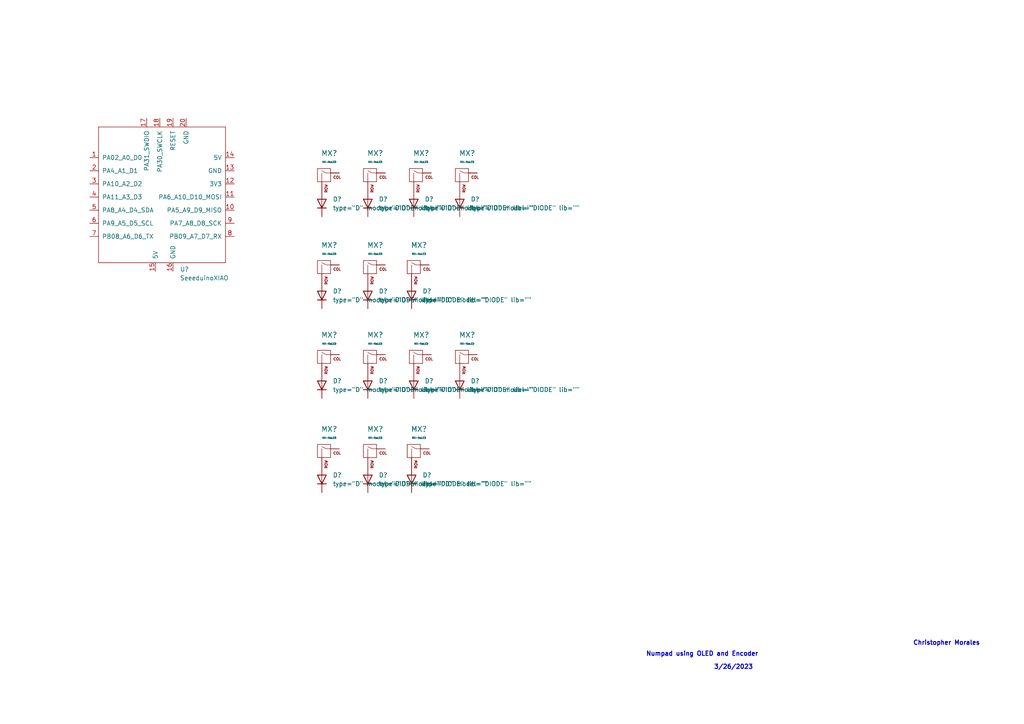
<source format=kicad_sch>
(kicad_sch (version 20211123) (generator eeschema)
  (paper "A4")
  (lib_symbols
    (symbol "Simulation_SPICE:DIODE" (pin_numbers hide) (pin_names (offset 1.016) hide)
      (property "Reference" "D" (at 0 2.54 0))
      (property "Value" "DIODE" (at 0 -2.54 0))
      (symbol "DIODE_0_1"
        (polyline (pts (xy 1.27 0) (xy -1.27 0)))
        (polyline (pts (xy 1.27 1.27) (xy 1.27 -1.27)) (stroke (width 0.254)))
        (polyline (pts (xy -1.27 -1.27) (xy -1.27 1.27) (xy 1.27 0) (xy -1.27 -1.27)) (stroke (width 0.254)))
      )
      (symbol "DIODE_1_1"
        (pin passive line (at -3.81 0 0) (length 2.54) (name "A") (number "1"))
        (pin passive line (at 3.81 0 180) (length 2.54) (name "K") (number "2"))
      )
    )
    (symbol "mx_alps_hybrid:MX-NoLED" (pin_names (offset 1.016))
      (property "Reference" "MX" (at -0.635 3.81 0))
      (property "Value" "MX-NoLED" (at -0.635 1.27 0))
      (symbol "MX-NoLED_0_0"
        (rectangle (start -2.54 2.54) (end 1.27 -1.27))
        (polyline (pts (xy -1.27 -1.27) (xy -1.27 1.27)) (stroke (width 0.127)))
        (polyline (pts (xy 1.27 1.27) (xy 0 1.27) (xy -1.27 1.905)) (stroke (width 0.127)))
        (text "COL" (at 3.175 0 0) (effects (font (size 0.762 0.762))))
        (text "ROW" (at 0 -1.905 900) (effects (font (size 0.762 0.762)) (justify right)))
      )
      (symbol "MX-NoLED_1_1"
        (pin passive line (at 3.81 1.27 180) (length 2.54) (name "COL") (number "1"))
        (pin passive line (at -1.27 -3.81 90) (length 2.54) (name "ROW") (number "2"))
      )
    )
    (symbol "seeed_xiao:SeeeduinoXIAO" (pin_names (offset 1.016))
      (property "Reference" "U" (at -19.05 22.86 0))
      (property "Value" "SeeeduinoXIAO" (at -12.7 21.59 0))
      (symbol "SeeeduinoXIAO_0_1"
        (rectangle (start -19.05 20.32) (end 17.78 -19.05))
      )
      (symbol "SeeeduinoXIAO_1_1"
        (pin unspecified line (at -21.59 11.43 0) (length 2.54) (name "PA02_A0_D0") (number "1"))
        (pin unspecified line (at 20.32 -3.81 180) (length 2.54) (name "PA5_A9_D9_MISO") (number "10"))
        (pin unspecified line (at 20.32 0 180) (length 2.54) (name "PA6_A10_D10_MOSI") (number "11"))
        (pin unspecified line (at 20.32 3.81 180) (length 2.54) (name "3V3") (number "12"))
        (pin unspecified line (at 20.32 7.62 180) (length 2.54) (name "GND") (number "13"))
        (pin unspecified line (at 20.32 11.43 180) (length 2.54) (name "5V") (number "14"))
        (pin input line (at -2.54 -21.59 90) (length 2.54) (name "5V") (number "15"))
        (pin input line (at 2.54 -21.59 90) (length 2.54) (name "GND") (number "16"))
        (pin input line (at -5.08 22.86 270) (length 2.54) (name "PA31_SWDIO") (number "17"))
        (pin input line (at -1.27 22.86 270) (length 2.54) (name "PA30_SWCLK") (number "18"))
        (pin input line (at 2.54 22.86 270) (length 2.54) (name "RESET") (number "19"))
        (pin unspecified line (at -21.59 7.62 0) (length 2.54) (name "PA4_A1_D1") (number "2"))
        (pin input line (at 6.35 22.86 270) (length 2.54) (name "GND") (number "20"))
        (pin unspecified line (at -21.59 3.81 0) (length 2.54) (name "PA10_A2_D2") (number "3"))
        (pin unspecified line (at -21.59 0 0) (length 2.54) (name "PA11_A3_D3") (number "4"))
        (pin unspecified line (at -21.59 -3.81 0) (length 2.54) (name "PA8_A4_D4_SDA") (number "5"))
        (pin unspecified line (at -21.59 -7.62 0) (length 2.54) (name "PA9_A5_D5_SCL") (number "6"))
        (pin unspecified line (at -21.59 -11.43 0) (length 2.54) (name "PB08_A6_D6_TX") (number "7"))
        (pin unspecified line (at 20.32 -11.43 180) (length 2.54) (name "PB09_A7_D7_RX") (number "8"))
        (pin unspecified line (at 20.32 -7.62 180) (length 2.54) (name "PA7_A8_D8_SCK") (number "9"))
      )
    )
  )
  (text "Christopher Morales" (at 264.795 187.325 0) (effects (font (size 1.27 1.27) (thickness 0.254) bold) (justify left bottom)))
  (text "3/26/2023" (at 207.01 194.31 0) (effects (font (size 1.27 1.27) bold) (justify left bottom)))
  (text "Numpad using OLED and Encoder" (at 187.325 190.5 0) (effects (font (size 1.27 1.27) (thickness 0.254) bold) (justify left bottom)))
  (symbol (lib_id "Simulation_SPICE:DIODE") (at 93.345 59.055 270) (unit 1)
    (property "Reference" "D?" (at 96.52 57.7849 90) (effects (justify left)))
    (property "Value" "DIODE" (at 96.52 60.3249 90) (effects (justify left)))
    (property "Spice_Netlist_Enabled" "Y" (effects hide))
    (property "Spice_Primitive" "D" (effects hide))
  )
  (symbol (lib_id "mx_alps_hybrid:MX-NoLED") (at 121.285 51.435 0) (unit 1)
    (property "Reference" "MX?" (at 122.1706 44.45 0) (effects (font (size 1.524 1.524))))
    (property "Value" "MX-NoLED" (at 122.1706 46.99 0) (effects (font (size 0.508 0.508))))
  )
  (symbol (lib_id "mx_alps_hybrid:MX-NoLED") (at 107.95 78.105 0) (unit 1)
    (property "Reference" "MX?" (at 108.8356 71.12 0) (effects (font (size 1.524 1.524))))
    (property "Value" "MX-NoLED" (at 108.8356 73.66 0) (effects (font (size 0.508 0.508))))
  )
  (symbol (lib_id "mx_alps_hybrid:MX-NoLED") (at 134.62 104.14 0) (unit 1)
    (property "Reference" "MX?" (at 135.5056 97.155 0) (effects (font (size 1.524 1.524))))
    (property "Value" "MX-NoLED" (at 135.5056 99.695 0) (effects (font (size 0.508 0.508))))
  )
  (symbol (lib_id "mx_alps_hybrid:MX-NoLED") (at 120.65 78.105 0) (unit 1)
    (property "Reference" "MX?" (at 121.5356 71.12 0) (effects (font (size 1.524 1.524))))
    (property "Value" "MX-NoLED" (at 121.5356 73.66 0) (effects (font (size 0.508 0.508))))
  )
  (symbol (lib_id "Simulation_SPICE:DIODE") (at 120.015 59.055 270) (unit 1)
    (property "Reference" "D?" (at 123.19 57.7849 90) (effects (justify left)))
    (property "Value" "DIODE" (at 123.19 60.3249 90) (effects (justify left)))
    (property "Spice_Netlist_Enabled" "Y" (effects hide))
    (property "Spice_Primitive" "D" (effects hide))
  )
  (symbol (lib_id "Simulation_SPICE:DIODE") (at 93.345 85.725 270) (unit 1)
    (property "Reference" "D?" (at 96.52 84.4549 90) (effects (justify left)))
    (property "Value" "DIODE" (at 96.52 86.9949 90) (effects (justify left)))
    (property "Spice_Netlist_Enabled" "Y" (effects hide))
    (property "Spice_Primitive" "D" (effects hide))
  )
  (symbol (lib_id "mx_alps_hybrid:MX-NoLED") (at 120.65 131.445 0) (unit 1)
    (property "Reference" "MX?" (at 121.5356 124.46 0) (effects (font (size 1.524 1.524))))
    (property "Value" "MX-NoLED" (at 121.5356 127 0) (effects (font (size 0.508 0.508))))
  )
  (symbol (lib_id "Simulation_SPICE:DIODE") (at 106.68 59.055 270) (unit 1)
    (property "Reference" "D?" (at 109.855 57.7849 90) (effects (justify left)))
    (property "Value" "DIODE" (at 109.855 60.3249 90) (effects (justify left)))
    (property "Spice_Netlist_Enabled" "Y" (effects hide))
    (property "Spice_Primitive" "D" (effects hide))
  )
  (symbol (lib_id "Simulation_SPICE:DIODE") (at 106.68 85.725 270) (unit 1)
    (property "Reference" "D?" (at 109.855 84.4549 90) (effects (justify left)))
    (property "Value" "DIODE" (at 109.855 86.9949 90) (effects (justify left)))
    (property "Spice_Netlist_Enabled" "Y" (effects hide))
    (property "Spice_Primitive" "D" (effects hide))
  )
  (symbol (lib_id "Simulation_SPICE:DIODE") (at 133.35 111.76 270) (unit 1)
    (property "Reference" "D?" (at 136.525 110.4899 90) (effects (justify left)))
    (property "Value" "DIODE" (at 136.525 113.0299 90) (effects (justify left)))
    (property "Spice_Netlist_Enabled" "Y" (effects hide))
    (property "Spice_Primitive" "D" (effects hide))
  )
  (symbol (lib_id "mx_alps_hybrid:MX-NoLED") (at 94.615 78.105 0) (unit 1)
    (property "Reference" "MX?" (at 95.5006 71.12 0) (effects (font (size 1.524 1.524))))
    (property "Value" "MX-NoLED" (at 95.5006 73.66 0) (effects (font (size 0.508 0.508))))
  )
  (symbol (lib_id "mx_alps_hybrid:MX-NoLED") (at 107.95 51.435 0) (unit 1)
    (property "Reference" "MX?" (at 108.8356 44.45 0) (effects (font (size 1.524 1.524))))
    (property "Value" "MX-NoLED" (at 108.8356 46.99 0) (effects (font (size 0.508 0.508))))
  )
  (symbol (lib_id "Simulation_SPICE:DIODE") (at 133.35 59.055 270) (unit 1)
    (property "Reference" "D?" (at 136.525 57.7849 90) (effects (justify left)))
    (property "Value" "DIODE" (at 136.525 60.3249 90) (effects (justify left)))
    (property "Spice_Netlist_Enabled" "Y" (effects hide))
    (property "Spice_Primitive" "D" (effects hide))
  )
  (symbol (lib_id "Simulation_SPICE:DIODE") (at 93.345 139.065 270) (unit 1)
    (property "Reference" "D?" (at 96.52 137.7949 90) (effects (justify left)))
    (property "Value" "DIODE" (at 96.52 140.3349 90) (effects (justify left)))
    (property "Spice_Netlist_Enabled" "Y" (effects hide))
    (property "Spice_Primitive" "D" (effects hide))
  )
  (symbol (lib_id "mx_alps_hybrid:MX-NoLED") (at 94.615 104.14 0) (unit 1)
    (property "Reference" "MX?" (at 95.5006 97.155 0) (effects (font (size 1.524 1.524))))
    (property "Value" "MX-NoLED" (at 95.5006 99.695 0) (effects (font (size 0.508 0.508))))
  )
  (symbol (lib_id "mx_alps_hybrid:MX-NoLED") (at 121.285 104.14 0) (unit 1)
    (property "Reference" "MX?" (at 122.1706 97.155 0) (effects (font (size 1.524 1.524))))
    (property "Value" "MX-NoLED" (at 122.1706 99.695 0) (effects (font (size 0.508 0.508))))
  )
  (symbol (lib_id "mx_alps_hybrid:MX-NoLED") (at 94.615 51.435 0) (unit 1)
    (property "Reference" "MX?" (at 95.5006 44.45 0) (effects (font (size 1.524 1.524))))
    (property "Value" "MX-NoLED" (at 95.5006 46.99 0) (effects (font (size 0.508 0.508))))
  )
  (symbol (lib_id "mx_alps_hybrid:MX-NoLED") (at 107.95 104.14 0) (unit 1)
    (property "Reference" "MX?" (at 108.8356 97.155 0) (effects (font (size 1.524 1.524))))
    (property "Value" "MX-NoLED" (at 108.8356 99.695 0) (effects (font (size 0.508 0.508))))
  )
  (symbol (lib_id "Simulation_SPICE:DIODE") (at 93.345 111.76 270) (unit 1)
    (property "Reference" "D?" (at 96.52 110.4899 90) (effects (justify left)))
    (property "Value" "DIODE" (at 96.52 113.0299 90) (effects (justify left)))
    (property "Spice_Netlist_Enabled" "Y" (effects hide))
    (property "Spice_Primitive" "D" (effects hide))
  )
  (symbol (lib_id "mx_alps_hybrid:MX-NoLED") (at 94.615 131.445 0) (unit 1)
    (property "Reference" "MX?" (at 95.5006 124.46 0) (effects (font (size 1.524 1.524))))
    (property "Value" "MX-NoLED" (at 95.5006 127 0) (effects (font (size 0.508 0.508))))
  )
  (symbol (lib_id "Simulation_SPICE:DIODE") (at 106.68 111.76 270) (unit 1)
    (property "Reference" "D?" (at 109.855 110.4899 90) (effects (justify left)))
    (property "Value" "DIODE" (at 109.855 113.0299 90) (effects (justify left)))
    (property "Spice_Netlist_Enabled" "Y" (effects hide))
    (property "Spice_Primitive" "D" (effects hide))
  )
  (symbol (lib_id "Simulation_SPICE:DIODE") (at 119.38 139.065 270) (unit 1)
    (property "Reference" "D?" (at 122.555 137.7949 90) (effects (justify left)))
    (property "Value" "DIODE" (at 122.555 140.3349 90) (effects (justify left)))
    (property "Spice_Netlist_Enabled" "Y" (effects hide))
    (property "Spice_Primitive" "D" (effects hide))
  )
  (symbol (lib_id "mx_alps_hybrid:MX-NoLED") (at 107.95 131.445 0) (unit 1)
    (property "Reference" "MX?" (at 108.8356 124.46 0) (effects (font (size 1.524 1.524))))
    (property "Value" "MX-NoLED" (at 108.8356 127 0) (effects (font (size 0.508 0.508))))
  )
  (symbol (lib_id "Simulation_SPICE:DIODE") (at 119.38 85.725 270) (unit 1)
    (property "Reference" "D?" (at 122.555 84.4549 90) (effects (justify left)))
    (property "Value" "DIODE" (at 122.555 86.9949 90) (effects (justify left)))
    (property "Spice_Netlist_Enabled" "Y" (effects hide))
    (property "Spice_Primitive" "D" (effects hide))
  )
  (symbol (lib_id "mx_alps_hybrid:MX-NoLED") (at 134.62 51.435 0) (unit 1)
    (property "Reference" "MX?" (at 135.5056 44.45 0) (effects (font (size 1.524 1.524))))
    (property "Value" "MX-NoLED" (at 135.5056 46.99 0) (effects (font (size 0.508 0.508))))
  )
  (symbol (lib_id "seeed_xiao:SeeeduinoXIAO") (at 47.625 57.15 0) (unit 1)
    (property "Reference" "U?" (at 52.1844 78.105 0) (effects (justify left)))
    (property "Value" "SeeeduinoXIAO" (at 52.1844 80.645 0) (effects (justify left)))
  )
  (symbol (lib_id "Simulation_SPICE:DIODE") (at 120.015 111.76 270) (unit 1)
    (property "Reference" "D?" (at 123.19 110.4899 90) (effects (justify left)))
    (property "Value" "DIODE" (at 123.19 113.0299 90) (effects (justify left)))
    (property "Spice_Netlist_Enabled" "Y" (effects hide))
    (property "Spice_Primitive" "D" (effects hide))
  )
  (symbol (lib_id "Simulation_SPICE:DIODE") (at 106.68 139.065 270) (unit 1)
    (property "Reference" "D?" (at 109.855 137.7949 90) (effects (justify left)))
    (property "Value" "DIODE" (at 109.855 140.3349 90) (effects (justify left)))
    (property "Spice_Netlist_Enabled" "Y" (effects hide))
    (property "Spice_Primitive" "D" (effects hide))
  )
)
</source>
